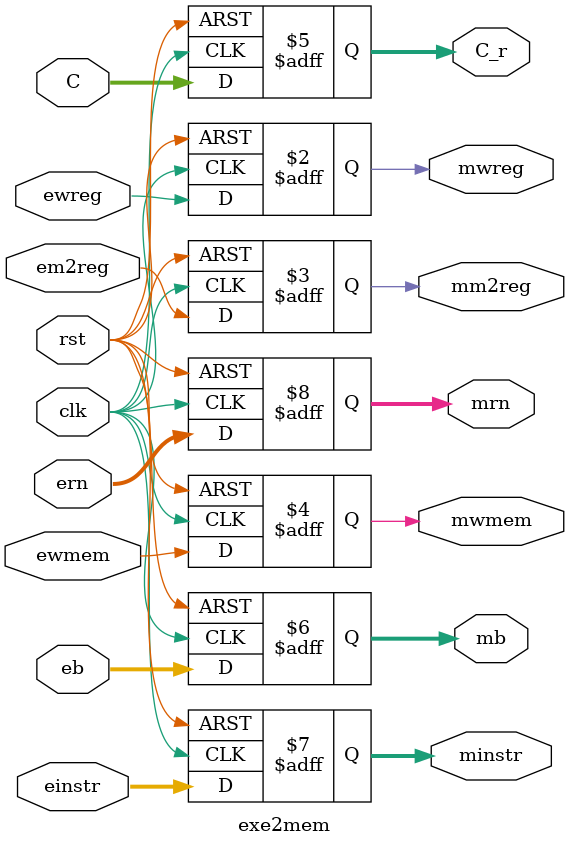
<source format=v>
module exe2mem(clk, rst, ewreg, em2reg, ewmem, einstr, C, eb, ern,
  mwreg, mm2reg, mwmem, C_r, minstr, mb, mrn);
  input clk;
  input rst;
  input ewreg, em2reg, ewmem;
  input [31:0] C, eb;
  input [31:0] einstr;
  input [4:0]  ern;
  output mwreg, mm2reg, mwmem;
  output [31:0] C_r, mb;
  output [31:0] minstr;
  output [4:0]  mrn;
  reg mwreg, mm2reg, mwmem;
  reg [31:0] C_r, mb;
  reg [31:0] minstr;
  reg [4:0]  mrn;
  
  always @ (posedge clk or posedge rst) begin
    if( rst ) begin
      mwreg <= 0;
      mm2reg <= 0;
      mwmem <= 0;
      minstr <= 0;
      C_r <= 0;
      mb <= 0;
      mrn <= 0;
    end
  else begin
      mwreg <= ewreg;
      mm2reg <= em2reg;
      mwmem <= ewmem;
      minstr <= einstr;
      C_r <= C;
      mb <= eb;
      mrn <= ern;
    end
  end
endmodule
  
  
  

</source>
